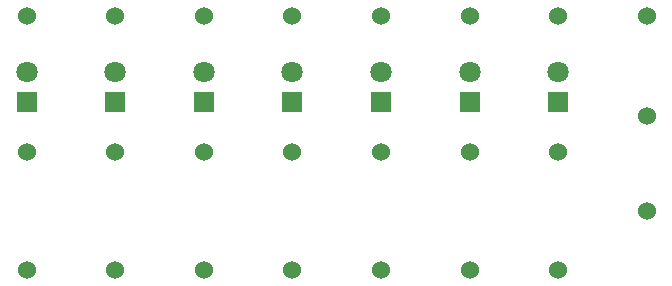
<source format=gbr>
%TF.GenerationSoftware,KiCad,Pcbnew,8.0.1-rc1*%
%TF.CreationDate,2024-04-18T22:24:46-05:00*%
%TF.ProjectId,Emotion LED,456d6f74-696f-46e2-904c-45442e6b6963,rev?*%
%TF.SameCoordinates,Original*%
%TF.FileFunction,Soldermask,Bot*%
%TF.FilePolarity,Negative*%
%FSLAX46Y46*%
G04 Gerber Fmt 4.6, Leading zero omitted, Abs format (unit mm)*
G04 Created by KiCad (PCBNEW 8.0.1-rc1) date 2024-04-18 22:24:46*
%MOMM*%
%LPD*%
G01*
G04 APERTURE LIST*
%ADD10C,1.524000*%
%ADD11C,1.800000*%
%ADD12R,1.800000X1.800000*%
G04 APERTURE END LIST*
D10*
%TO.C,*%
X99500000Y-42000000D03*
%TD*%
%TO.C,*%
X99500000Y-50000000D03*
%TD*%
%TO.C,REF\u002A\u002A*%
X47000000Y-45000000D03*
X47000000Y-55000000D03*
%TD*%
D11*
%TO.C,REF\u002A\u002A*%
X77000000Y-38235000D03*
D12*
X77000000Y-40775000D03*
%TD*%
D10*
%TO.C,REF\u002A\u002A*%
X84500000Y-55025000D03*
X84500000Y-45025000D03*
%TD*%
%TO.C,REF\u002A\u002A*%
X69500000Y-55000000D03*
X69500000Y-45000000D03*
%TD*%
D11*
%TO.C,REF\u002A\u002A*%
X84500000Y-38235000D03*
D12*
X84500000Y-40775000D03*
%TD*%
%TO.C,REF\u002A\u002A*%
X47000000Y-40750000D03*
D11*
X47000000Y-38210000D03*
%TD*%
D10*
%TO.C,REF\u002A\u002A*%
X62000000Y-55000000D03*
X62000000Y-45000000D03*
%TD*%
%TO.C,*%
X99500000Y-33500000D03*
%TD*%
%TO.C,*%
X69500000Y-33500000D03*
%TD*%
%TO.C,*%
X62000000Y-33500000D03*
%TD*%
%TO.C,*%
X47000000Y-33500000D03*
%TD*%
D12*
%TO.C,REF\u002A\u002A*%
X62000000Y-40750000D03*
D11*
X62000000Y-38210000D03*
%TD*%
D10*
%TO.C,*%
X84500000Y-33525000D03*
%TD*%
%TO.C,*%
X77000000Y-33525000D03*
%TD*%
%TO.C,*%
X54500000Y-33500000D03*
%TD*%
D11*
%TO.C,REF\u002A\u002A*%
X92000000Y-38210000D03*
D12*
X92000000Y-40750000D03*
%TD*%
D11*
%TO.C,REF\u002A\u002A*%
X69500000Y-38210000D03*
D12*
X69500000Y-40750000D03*
%TD*%
D10*
%TO.C,*%
X92000000Y-33500000D03*
%TD*%
D12*
%TO.C,REF\u002A\u002A*%
X54500000Y-40750000D03*
D11*
X54500000Y-38210000D03*
%TD*%
D10*
%TO.C,REF\u002A\u002A*%
X77000000Y-55025000D03*
X77000000Y-45025000D03*
%TD*%
%TO.C,REF\u002A\u002A*%
X54500000Y-45000000D03*
X54500000Y-55000000D03*
%TD*%
%TO.C,REF\u002A\u002A*%
X92000000Y-55000000D03*
X92000000Y-45000000D03*
%TD*%
M02*

</source>
